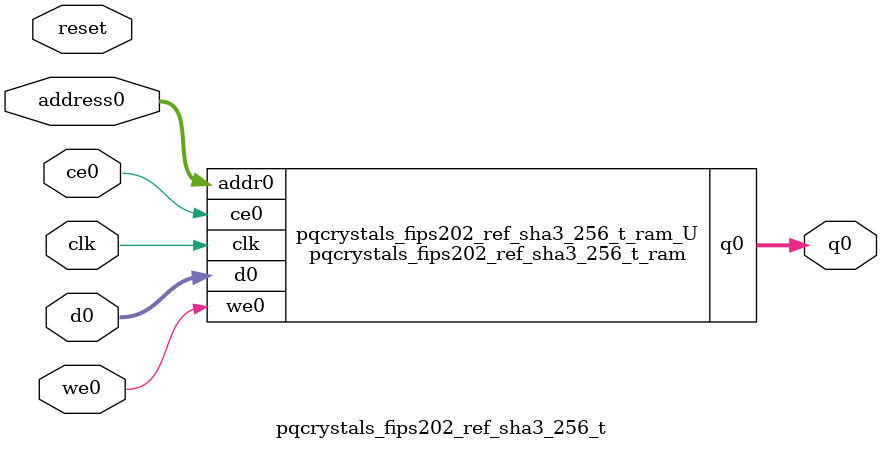
<source format=v>
`timescale 1 ns / 1 ps
module pqcrystals_fips202_ref_sha3_256_t_ram (addr0, ce0, d0, we0, q0,  clk);

parameter DWIDTH = 8;
parameter AWIDTH = 8;
parameter MEM_SIZE = 136;

input[AWIDTH-1:0] addr0;
input ce0;
input[DWIDTH-1:0] d0;
input we0;
output reg[DWIDTH-1:0] q0;
input clk;

(* ram_style = "block" *)reg [DWIDTH-1:0] ram[0:MEM_SIZE-1];




always @(posedge clk)  
begin 
    if (ce0) 
    begin
        if (we0) 
        begin 
            ram[addr0] <= d0; 
        end 
        q0 <= ram[addr0];
    end
end


endmodule

`timescale 1 ns / 1 ps
module pqcrystals_fips202_ref_sha3_256_t(
    reset,
    clk,
    address0,
    ce0,
    we0,
    d0,
    q0);

parameter DataWidth = 32'd8;
parameter AddressRange = 32'd136;
parameter AddressWidth = 32'd8;
input reset;
input clk;
input[AddressWidth - 1:0] address0;
input ce0;
input we0;
input[DataWidth - 1:0] d0;
output[DataWidth - 1:0] q0;



pqcrystals_fips202_ref_sha3_256_t_ram pqcrystals_fips202_ref_sha3_256_t_ram_U(
    .clk( clk ),
    .addr0( address0 ),
    .ce0( ce0 ),
    .we0( we0 ),
    .d0( d0 ),
    .q0( q0 ));

endmodule


</source>
